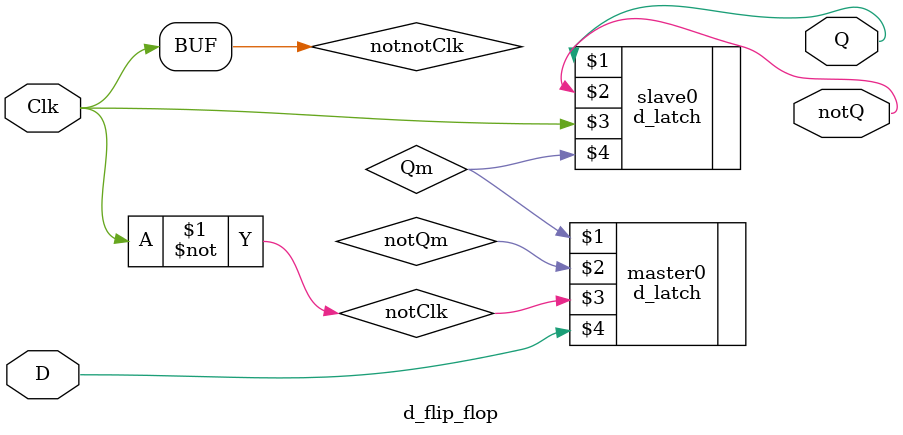
<source format=v>
`timescale 1ns / 1ps

module d_flip_flop(Q, notQ, Clk, D);

    output wire Q, notQ;
    input wire Clk, D;
    
    //intermediate nets
    wire notClk, notnotClk;
    wire Qm;
    wire notQm;
    not #2 not0(notClk, Clk);
    not #2 not1(notnotClk, notClk);
    d_latch master0(Qm, notQm, notClk, D);
    d_latch slave0(Q, notQ, notnotClk, Qm);
    
    
endmodule
</source>
